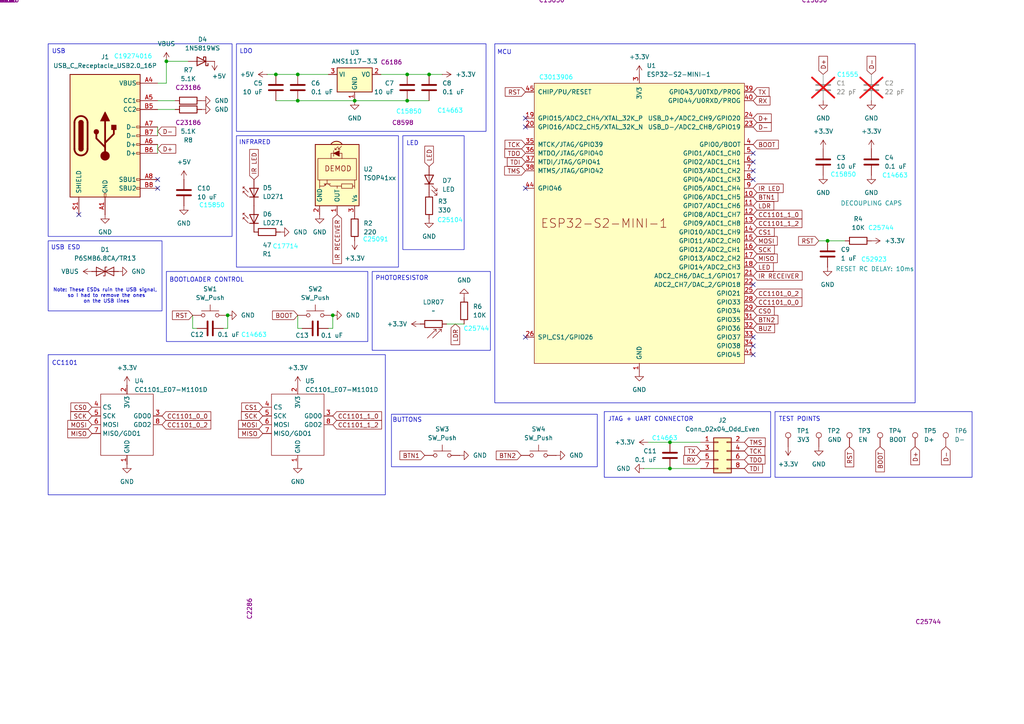
<source format=kicad_sch>
(kicad_sch (version 20250114) (generator "eeschema") (generator_version "9.0")
  (paper "A4")
  (lib_symbols
    (symbol "Connector:TestPoint" (pin_numbers (hide yes)) (pin_names (offset 0.762) (hide yes))
      (property "Reference" "TP" (at 0 6.858 0))
      (property "Value" "TestPoint" (at 0 5.08 0))
      (symbol "TestPoint_1_1"
        (pin passive line (at 0 0 90) (length 2.54) (name "1") (number "1"))
      )
    )
    (symbol "Connector:USB_C_Receptacle_USB2.0_16P" (pin_names (offset 1.016))
      (property "Reference" "J" (at 0 22.225 0))
      (property "Value" "USB_C_Receptacle_USB2.0_16P" (at 0 19.685 0))
      (symbol "USB_C_Receptacle_USB2.0_16P_1_1"
        (pin passive line (at -7.62 -22.86 90) (length 5.08) (name "SHIELD") (number "S1"))
        (pin passive line (at 0 -22.86 90) (length 5.08) (name "GND") (number "A1"))
        (pin passive line (at 0 -22.86 90) (length 5.08) (hide yes) (name "GND") (number "A12"))
        (pin passive line (at 0 -22.86 90) (length 5.08) (hide yes) (name "GND") (number "B1"))
        (pin passive line (at 0 -22.86 90) (length 5.08) (hide yes) (name "GND") (number "B12"))
        (pin passive line (at 15.24 15.24 180) (length 5.08) (name "VBUS") (number "A4"))
        (pin passive line (at 15.24 15.24 180) (length 5.08) (hide yes) (name "VBUS") (number "A9"))
        (pin passive line (at 15.24 15.24 180) (length 5.08) (hide yes) (name "VBUS") (number "B4"))
        (pin passive line (at 15.24 15.24 180) (length 5.08) (hide yes) (name "VBUS") (number "B9"))
        (pin bidirectional line (at 15.24 10.16 180) (length 5.08) (name "CC1") (number "A5"))
        (pin bidirectional line (at 15.24 7.62 180) (length 5.08) (name "CC2") (number "B5"))
        (pin bidirectional line (at 15.24 2.54 180) (length 5.08) (name "D-") (number "A7"))
        (pin bidirectional line (at 15.24 0 180) (length 5.08) (name "D-") (number "B7"))
        (pin bidirectional line (at 15.24 -2.54 180) (length 5.08) (name "D+") (number "A6"))
        (pin bidirectional line (at 15.24 -5.08 180) (length 5.08) (name "D+") (number "B6"))
        (pin bidirectional line (at 15.24 -12.7 180) (length 5.08) (name "SBU1") (number "A8"))
        (pin bidirectional line (at 15.24 -15.24 180) (length 5.08) (name "SBU2") (number "B8"))
      )
    )
    (symbol "Connector_Generic:Conn_02x04_Odd_Even" (pin_names (offset 1.016) (hide yes))
      (property "Reference" "J" (at 1.27 5.08 0))
      (property "Value" "Conn_02x04_Odd_Even" (at 1.27 -7.62 0))
      (symbol "Conn_02x04_Odd_Even_1_1"
        (pin passive line (at -5.08 2.54 0) (length 3.81) (name "Pin_1") (number "1"))
        (pin passive line (at -5.08 0 0) (length 3.81) (name "Pin_3") (number "3"))
        (pin passive line (at -5.08 -2.54 0) (length 3.81) (name "Pin_5") (number "5"))
        (pin passive line (at -5.08 -5.08 0) (length 3.81) (name "Pin_7") (number "7"))
        (pin passive line (at 7.62 2.54 180) (length 3.81) (name "Pin_2") (number "2"))
        (pin passive line (at 7.62 0 180) (length 3.81) (name "Pin_4") (number "4"))
        (pin passive line (at 7.62 -2.54 180) (length 3.81) (name "Pin_6") (number "6"))
        (pin passive line (at 7.62 -5.08 180) (length 3.81) (name "Pin_8") (number "8"))
      )
    )
    (symbol "Device:C" (pin_numbers (hide yes)) (pin_names (offset 0.254))
      (property "Reference" "C" (at 0.635 2.54 0))
      (property "Value" "C" (at 0.635 -2.54 0))
      (symbol "C_1_1"
        (pin passive line (at 0 3.81 270) (length 2.794) (name "~") (number "1"))
        (pin passive line (at 0 -3.81 90) (length 2.794) (name "~") (number "2"))
      )
    )
    (symbol "Device:LED" (pin_numbers (hide yes)) (pin_names (offset 1.016) (hide yes))
      (property "Reference" "D" (at 0 2.54 0))
      (property "Value" "LED" (at 0 -2.54 0))
      (symbol "LED_1_1"
        (pin passive line (at -3.81 0 0) (length 2.54) (name "K") (number "1"))
        (pin passive line (at 3.81 0 180) (length 2.54) (name "A") (number "2"))
      )
    )
    (symbol "Device:R" (pin_numbers (hide yes)) (pin_names (offset 0))
      (property "Reference" "R" (at 2.032 0 90))
      (property "Value" "R" (at 0 0 90))
      (symbol "R_1_1"
        (pin passive line (at 0 3.81 270) (length 1.27) (name "~") (number "1"))
        (pin passive line (at 0 -3.81 90) (length 1.27) (name "~") (number "2"))
      )
    )
    (symbol "Diode:1N5819WS" (pin_numbers (hide yes)) (pin_names (offset 1.016) (hide yes))
      (property "Reference" "D" (at 0 2.54 0))
      (property "Value" "1N5819WS" (at 0 -2.54 0))
      (symbol "1N5819WS_1_1"
        (pin passive line (at -3.81 0 0) (length 2.54) (name "K") (number "1"))
        (pin passive line (at 3.81 0 180) (length 2.54) (name "A") (number "2"))
      )
    )
    (symbol "Diode:ESD9B3.3ST5G" (pin_numbers (hide yes)) (pin_names (offset 1.016) (hide yes))
      (property "Reference" "D" (at 0 2.54 0))
      (property "Value" "ESD9B3.3ST5G" (at 0 -2.54 0))
      (symbol "ESD9B3.3ST5G_1_1"
        (pin passive line (at -3.81 0 0) (length 2.54) (name "A1") (number "1"))
        (pin passive line (at 3.81 0 180) (length 2.54) (name "A2") (number "2"))
      )
    )
    (symbol "Interface_Optical:TSOP41xx" (pin_names (offset 1.016))
      (property "Reference" "U" (at -10.16 7.62 0))
      (property "Value" "TSOP41xx" (at -10.16 -7.62 0))
      (symbol "TSOP41xx_0_0"
        (text "DEMOD" (at -3.175 0.254 900) (effects (font (size 1.524 1.524))))
      )
      (symbol "TSOP41xx_1_1"
        (pin power_in line (at 10.16 5.08 180) (length 2.54) (name "Vs") (number "3"))
        (pin output line (at 10.16 0 180) (length 2.54) (name "OUT") (number "1"))
        (pin power_in line (at 10.16 -5.08 180) (length 2.54) (name "GND") (number "2"))
      )
    )
    (symbol "LED:LD271" (pin_numbers (hide yes)) (pin_names (offset 1.016) (hide yes))
      (property "Reference" "D" (at 0.508 1.778 0))
      (property "Value" "LD271" (at -1.016 -2.794 0))
      (symbol "LD271_1_1"
        (pin passive line (at -5.08 0 0) (length 2.54) (name "K") (number "1"))
        (pin passive line (at 2.54 0 180) (length 2.54) (name "A") (number "2"))
      )
    )
    (symbol "PCM_Espressif:ESP32-S2-MINI-1" (pin_names (offset 1.016))
      (property "Reference" "U" (at -30.48 45.72 0))
      (property "Value" "ESP32-S2-MINI-1" (at -30.48 43.18 0))
      (symbol "ESP32-S2-MINI-1_0_0"
        (pin bidirectional line (at -33.02 38.1 0) (length 2.54) (name "CHIP/PU/RESET") (number "45"))
        (pin input line (at -33.02 10.16 0) (length 2.54) (name "GPIO46") (number "44"))
        (pin power_in line (at 0 -43.18 90) (length 2.54) (name "GND") (number "1"))
        (pin passive line (at 0 -43.18 90) (length 2.54) (hide yes) (name "GND") (number "43"))
        (pin passive line (at 0 -43.18 90) (length 2.54) (hide yes) (name "GND") (number "46"))
        (pin passive line (at 0 -43.18 90) (length 2.54) (hide yes) (name "GND") (number "47"))
        (pin passive line (at 0 -43.18 90) (length 2.54) (hide yes) (name "GND") (number "48"))
        (pin passive line (at 0 -43.18 90) (length 2.54) (hide yes) (name "GND") (number "49"))
        (pin passive line (at 0 -43.18 90) (length 2.54) (hide yes) (name "GND") (number "50"))
        (pin passive line (at 0 -43.18 90) (length 2.54) (hide yes) (name "GND") (number "51"))
        (pin passive line (at 0 -43.18 90) (length 2.54) (hide yes) (name "GND") (number "52"))
        (pin passive line (at 0 -43.18 90) (length 2.54) (hide yes) (name "GND") (number "53"))
        (pin passive line (at 0 -43.18 90) (length 2.54) (hide yes) (name "GND") (number "54"))
        (pin passive line (at 0 -43.18 90) (length 2.54) (hide yes) (name "GND") (number "55"))
        (pin passive line (at 0 -43.18 90) (length 2.54) (hide yes) (name "GND") (number "56"))
        (pin passive line (at 0 -43.18 90) (length 2.54) (hide yes) (name "GND") (number "57"))
        (pin passive line (at 0 -43.18 90) (length 2.54) (hide yes) (name "GND") (number "58"))
        (pin passive line (at 0 -43.18 90) (length 2.54) (hide yes) (name "GND") (number "59"))
        (pin passive line (at 0 -43.18 90) (length 2.54) (hide yes) (name "GND") (number "60"))
        (pin passive line (at 0 -43.18 90) (length 2.54) (hide yes) (name "GND") (number "61"))
        (pin passive line (at 0 -43.18 90) (length 2.54) (hide yes) (name "GND") (number "62"))
        (pin passive line (at 0 -43.18 90) (length 2.54) (hide yes) (name "GND") (number "63"))
        (pin passive line (at 0 -43.18 90) (length 2.54) (hide yes) (name "GND") (number "64"))
        (pin passive line (at 0 -43.18 90) (length 2.54) (hide yes) (name "GND") (number "65"))
      )
      (symbol "ESP32-S2-MINI-1_1_1"
        (text "ESP32-S2-MINI-1" (at -10.16 0 0) (effects (font (size 2.54 2.54))))
        (pin bidirectional line (at -33.02 30.48 0) (length 2.54) (name "GPIO15/ADC2_CH4/XTAL_32K_P") (number "19"))
        (pin bidirectional line (at -33.02 27.94 0) (length 2.54) (name "GPIO16/ADC2_CH5/XTAL_32K_N") (number "20"))
        (pin bidirectional line (at -33.02 22.86 0) (length 2.54) (name "MTCK/JTAG/GPIO39") (number "35"))
        (pin bidirectional line (at -33.02 20.32 0) (length 2.54) (name "MTDO/JTAG/GPIO40") (number "36"))
        (pin bidirectional line (at -33.02 17.78 0) (length 2.54) (name "MTDI/JTAG/GPIO41") (number "37"))
        (pin bidirectional line (at -33.02 15.24 0) (length 2.54) (name "MTMS/JTAG/GPIO42") (number "38"))
        (pin bidirectional line (at -33.02 -33.02 0) (length 2.54) (name "SPI_CS1/GPIO26") (number "26"))
        (pin no_connect line (at -30.48 -38.1 0) (length 2.54) (hide yes) (name "NC") (number "27"))
        (pin power_in line (at 0 43.18 270) (length 2.54) (name "3V3") (number "3"))
        (pin passive line (at 0 -43.18 90) (length 2.54) (hide yes) (name "GND") (number "2"))
        (pin passive line (at 0 -43.18 90) (length 2.54) (hide yes) (name "GND") (number "30"))
        (pin passive line (at 0 -43.18 90) (length 2.54) (hide yes) (name "GND") (number "42"))
        (pin bidirectional line (at 33.02 38.1 180) (length 2.54) (name "GPIO43/U0TXD/PROG") (number "39"))
        (pin bidirectional line (at 33.02 35.56 180) (length 2.54) (name "GPIO44/U0RXD/PROG") (number "40"))
        (pin bidirectional line (at 33.02 30.48 180) (length 2.54) (name "USB_D+/ADC2_CH9/GPIO20") (number "24"))
        (pin bidirectional line (at 33.02 27.94 180) (length 2.54) (name "USB_D-/ADC2_CH8/GPIO19") (number "23"))
        (pin bidirectional line (at 33.02 22.86 180) (length 2.54) (name "GPIO0/BOOT") (number "4"))
        (pin bidirectional line (at 33.02 20.32 180) (length 2.54) (name "GPIO1/ADC1_CH0") (number "5"))
        (pin bidirectional line (at 33.02 17.78 180) (length 2.54) (name "GPIO2/ADC1_CH1") (number "6"))
        (pin bidirectional line (at 33.02 15.24 180) (length 2.54) (name "GPIO3/ADC1_CH2") (number "7"))
        (pin bidirectional line (at 33.02 12.7 180) (length 2.54) (name "GPIO4/ADC1_CH3") (number "8"))
        (pin bidirectional line (at 33.02 10.16 180) (length 2.54) (name "GPIO5/ADC1_CH4") (number "9"))
        (pin bidirectional line (at 33.02 7.62 180) (length 2.54) (name "GPIO6/ADC1_CH5") (number "10"))
        (pin bidirectional line (at 33.02 5.08 180) (length 2.54) (name "GPIO7/ADC1_CH6") (number "11"))
        (pin bidirectional line (at 33.02 2.54 180) (length 2.54) (name "GPIO8/ADC1_CH7") (number "12"))
        (pin bidirectional line (at 33.02 0 180) (length 2.54) (name "GPIO9/ADC1_CH8") (number "13"))
        (pin bidirectional line (at 33.02 -2.54 180) (length 2.54) (name "GPIO10/ADC1_CH9") (number "14"))
        (pin bidirectional line (at 33.02 -5.08 180) (length 2.54) (name "GPIO11/ADC2_CH0") (number "15"))
        (pin bidirectional line (at 33.02 -7.62 180) (length 2.54) (name "GPIO12/ADC2_CH1") (number "16"))
        (pin bidirectional line (at 33.02 -10.16 180) (length 2.54) (name "GPIO13/ADC2_CH2") (number "17"))
        (pin bidirectional line (at 33.02 -12.7 180) (length 2.54) (name "GPIO14/ADC2_CH3") (number "18"))
        (pin bidirectional line (at 33.02 -15.24 180) (length 2.54) (name "ADC2_CH6/DAC_1/GPIO17") (number "21"))
        (pin bidirectional line (at 33.02 -17.78 180) (length 2.54) (name "ADC2_CH7/DAC_2/GPIO18") (number "22"))
        (pin bidirectional line (at 33.02 -20.32 180) (length 2.54) (name "GPIO21") (number "25"))
        (pin bidirectional line (at 33.02 -22.86 180) (length 2.54) (name "GPIO33") (number "28"))
        (pin bidirectional line (at 33.02 -25.4 180) (length 2.54) (name "GPIO34") (number "29"))
        (pin bidirectional line (at 33.02 -27.94 180) (length 2.54) (name "GPIO35") (number "31"))
        (pin bidirectional line (at 33.02 -30.48 180) (length 2.54) (name "GPIO36") (number "32"))
        (pin bidirectional line (at 33.02 -33.02 180) (length 2.54) (name "GPIO37") (number "33"))
        (pin bidirectional line (at 33.02 -35.56 180) (length 2.54) (name "GPIO38") (number "34"))
        (pin bidirectional line (at 33.02 -38.1 180) (length 2.54) (name "GPIO45") (number "41"))
      )
    )
    (symbol "Regulator_Linear:AMS1117-3.3"
      (property "Reference" "U" (at -3.81 3.175 0))
      (property "Value" "AMS1117-3.3" (at 0 3.175 0))
      (symbol "AMS1117-3.3_1_1"
        (pin power_in line (at -7.62 0 0) (length 2.54) (name "VI") (number "3"))
        (pin power_in line (at 0 -7.62 90) (length 2.54) (name "GND") (number "1"))
        (pin power_out line (at 7.62 0 180) (length 2.54) (name "VO") (number "2"))
      )
    )
    (symbol "Sensor_Optical:LDR07" (pin_numbers (hide yes)) (pin_names (offset 0))
      (property "Reference" "R" (at -5.08 0 90))
      (property "Value" "LDR07" (at 1.905 0 90))
      (symbol "LDR07_1_1"
        (pin passive line (at 0 3.81 270) (length 1.27) (name "~") (number "1"))
        (pin passive line (at 0 -3.81 90) (length 1.27) (name "~") (number "2"))
      )
    )
    (symbol "Switch:SW_Push" (pin_numbers (hide yes)) (pin_names (offset 1.016) (hide yes))
      (property "Reference" "SW" (at 1.27 2.54 0))
      (property "Value" "SW_Push" (at 0 -1.524 0))
      (symbol "SW_Push_0_1"
        (pin passive line (at -5.08 0 0) (length 2.54) (name "1") (number "1"))
        (pin passive line (at 5.08 0 180) (length 2.54) (name "2") (number "2"))
      )
    )
    (symbol "cc1101:CC1101_E07-M1101D"
      (property "Reference" "U" (at 0 0 0))
      (property "Value" "CC1101_E07-M1101D" (at 0 0 0))
      (symbol "CC1101_E07-M1101D_1_1"
        (pin input line (at -10.16 6.35 0) (length 2.54) (name "CS") (number "4"))
        (pin input line (at -10.16 3.81 0) (length 2.54) (name "SCK") (number "5"))
        (pin input line (at -10.16 1.27 0) (length 2.54) (name "MOSI") (number "6"))
        (pin output line (at -10.16 -1.27 0) (length 2.54) (name "MISO/GDO1") (number "7"))
        (pin power_in line (at 0 12.7 270) (length 2.54) (name "3V3") (number "2"))
        (pin power_out line (at 0 -10.16 90) (length 2.54) (name "GND") (number "1"))
        (pin output line (at 10.16 3.81 180) (length 2.54) (name "GDO0") (number "3"))
        (pin output line (at 10.16 1.27 180) (length 2.54) (name "GDO2") (number "8"))
      )
    )
    (symbol "power:+3.3V" (power) (pin_numbers (hide yes)) (pin_names (offset 0) (hide yes))
      (property "Value" "+3.3V" (at 0 3.556 0))
      (symbol "+3.3V_1_1"
        (pin power_in line (at 0 0 90) (length 0) (name "~") (number "1"))
      )
    )
    (symbol "power:+5V" (power) (pin_numbers (hide yes)) (pin_names (offset 0) (hide yes))
      (property "Value" "+5V" (at 0 3.556 0))
      (symbol "+5V_1_1"
        (pin power_in line (at 0 0 90) (length 0) (name "~") (number "1"))
      )
    )
    (symbol "power:GND" (power) (pin_numbers (hide yes)) (pin_names (offset 0) (hide yes))
      (property "Value" "GND" (at 0 -3.81 0))
      (symbol "GND_1_1"
        (pin power_in line (at 0 0 270) (length 0) (name "~") (number "1"))
      )
    )
    (symbol "power:VBUS" (power) (pin_numbers (hide yes)) (pin_names (offset 0) (hide yes))
      (property "Value" "VBUS" (at 0 3.556 0))
      (symbol "VBUS_1_1"
        (pin power_in line (at 0 0 90) (length 0) (name "~") (number "1"))
      )
    )
  )
  (rectangle (start 224.79 119.38) (end 281.94 138.43))
  (rectangle (start 143.51 12.7) (end 265.43 116.84))
  (rectangle (start 68.58 39.37) (end 115.57 77.47))
  (rectangle (start 13.97 69.85) (end 46.99 90.17))
  (rectangle (start 68.58 12.7) (end 140.97 38.1))
  (rectangle (start 175.26 119.38) (end 223.52 138.43))
  (rectangle (start 13.97 102.87) (end 111.76 143.51))
  (rectangle (start 107.95 78.74) (end 142.24 101.6))
  (rectangle (start 116.84 39.37) (end 134.62 72.39))
  (rectangle (start 13.97 12.7) (end 67.31 68.58))
  (rectangle (start 113.538 120.142) (end 173.228 135.382))
  (rectangle (start 48.26 78.74) (end 106.68 99.06))
  (text "C14663" (at 192.786 127.254 0) (effects (font (size 1.27 1.27))))
  (text "C25104" (at 130.556 64.008 0) (effects (font (size 1.27 1.27))))
  (text "LED" (at 119.634 41.656 0) (effects (font (size 1.27 1.27))))
  (text "LDO" (at 71.374 14.986 0) (effects (font (size 1.27 1.27))))
  (text "C1555" (at 245.872 21.844 0) (effects (font (size 1.27 1.27))))
  (text "C52923" (at 253.492 75.438 0) (effects (font (size 1.27 1.27))))
  (text "BUTTONS" (at 118.11 121.92 0) (effects (font (size 1.27 1.27))))
  (text "INFRARED" (at 73.914 41.402 0) (effects (font (size 1.27 1.27))))
  (text "CC1101" (at 18.796 105.41 0) (effects (font (size 1.27 1.27))))
  (text "MCU" (at 146.304 15.24 0) (effects (font (size 1.27 1.27))))
  (text "PHOTORESISTOR" (at 116.586 80.772 0) (effects (font (size 1.27 1.27))))
  (text "C14663" (at 73.66 97.282 0) (effects (font (size 1.27 1.27))))
  (text "TEST POINTS" (at 231.902 121.666 0) (effects (font (size 1.27 1.27))))
  (text "C17714" (at 82.804 71.628 0) (effects (font (size 1.27 1.27))))
  (text "JTAG + UART CONNECTOR" (at 188.722 121.666 0) (effects (font (size 1.27 1.27))))
  (text "C25091" (at 108.966 69.596 0) (effects (font (size 1.27 1.27))))
  (text "C15850" (at 61.468 59.69 0) (effects (font (size 1.27 1.27))))
  (text "Note: These ESDs ruin the USB signal,\n so I had to remove the ones\n on the USB lines" (at 30.48 85.852 0) (effects (font (size 1.016 1.016))))
  (text "USB" (at 17.018 14.986 0) (effects (font (size 1.27 1.27))))
  (text "C25744" (at 138.176 95.504 0) (effects (font (size 1.27 1.27))))
  (text "DECOUPLING CAPS" (at 252.73 59.182 0) (effects (font (size 1.27 1.27))))
  (text "C14663" (at 130.556 32.258 0) (effects (font (size 1.27 1.27))))
  (text "C25744" (at 255.524 66.294 0) (effects (font (size 1.27 1.27))))
  (text "RESET RC DELAY: 10ms\n" (at 253.746 78.232 0) (effects (font (size 1.27 1.27))))
  (text "C15850" (at 244.602 50.8 0) (effects (font (size 1.27 1.27))))
  (text "C14663" (at 259.588 51.054 0) (effects (font (size 1.27 1.27))))
  (text "C19274016" (at 38.608 16.51 0) (effects (font (size 1.27 1.27))))
  (text "C15850" (at 118.618 32.512 0) (effects (font (size 1.27 1.27))))
  (text "C3013906" (at 161.29 22.606 0) (effects (font (size 1.27 1.27))))
  (text "BOOTLOADER CONTROL" (at 59.944 81.28 0) (effects (font (size 1.27 1.27))))
  (text "USB ESD" (at 19.05 71.882 0) (effects (font (size 1.27 1.27))))
  (junction (at 194.31 135.89))
  (junction (at 240.03 69.85))
  (junction (at 102.87 29.21))
  (junction (at 96.52 91.44))
  (junction (at 124.46 21.59))
  (junction (at 194.31 128.27))
  (junction (at 86.36 21.59))
  (junction (at 66.04 91.44))
  (junction (at 86.36 29.21))
  (junction (at 48.26 17.78))
  (junction (at 80.01 21.59))
  (junction (at 118.11 29.21))
  (junction (at 118.11 21.59))
  (no_connect (at 152.4 34.29))
  (no_connect (at 45.72 54.61))
  (no_connect (at 152.4 54.61))
  (no_connect (at 218.44 97.79))
  (no_connect (at 218.44 46.99))
  (no_connect (at 218.44 44.45))
  (no_connect (at 218.44 102.87))
  (no_connect (at 218.44 49.53))
  (no_connect (at 22.86 62.23))
  (no_connect (at 218.44 100.33))
  (no_connect (at 218.44 52.07))
  (no_connect (at 152.4 36.83))
  (no_connect (at 45.72 52.07))
  (no_connect (at 218.44 82.55))
  (no_connect (at 152.4 97.79))
  (wire (pts (xy 66.04 91.44) (xy 66.04 95.25)))
  (wire (pts (xy 50.8 29.21) (xy 45.72 29.21)))
  (wire (pts (xy 118.11 21.59) (xy 124.46 21.59)))
  (wire (pts (xy 240.03 69.85) (xy 245.11 69.85)))
  (wire (pts (xy 128.27 21.59) (xy 124.46 21.59)))
  (wire (pts (xy 194.31 135.89) (xy 203.2 135.89)))
  (wire (pts (xy 237.49 69.85) (xy 240.03 69.85)))
  (wire (pts (xy 80.01 29.21) (xy 86.36 29.21)))
  (wire (pts (xy 55.88 91.44) (xy 55.88 95.25)))
  (wire (pts (xy 48.26 17.78) (xy 48.26 24.13)))
  (wire (pts (xy 66.04 95.25) (xy 64.77 95.25)))
  (wire (pts (xy 86.36 29.21) (xy 102.87 29.21)))
  (wire (pts (xy 50.8 31.75) (xy 45.72 31.75)))
  (wire (pts (xy 55.88 95.25) (xy 57.15 95.25)))
  (wire (pts (xy 187.96 128.27) (xy 194.31 128.27)))
  (wire (pts (xy 45.72 41.91) (xy 45.72 44.45)))
  (wire (pts (xy 186.69 135.89) (xy 194.31 135.89)))
  (wire (pts (xy 96.52 95.25) (xy 96.52 91.44)))
  (wire (pts (xy 110.49 21.59) (xy 118.11 21.59)))
  (wire (pts (xy 48.26 17.78) (xy 54.61 17.78)))
  (wire (pts (xy 102.87 29.21) (xy 118.11 29.21)))
  (wire (pts (xy 95.25 95.25) (xy 96.52 95.25)))
  (wire (pts (xy 86.36 21.59) (xy 95.25 21.59)))
  (wire (pts (xy 134.62 93.98) (xy 129.54 93.98)))
  (wire (pts (xy 86.36 95.25) (xy 87.63 95.25)))
  (wire (pts (xy 118.11 29.21) (xy 124.46 29.21)))
  (wire (pts (xy 45.72 24.13) (xy 48.26 24.13)))
  (wire (pts (xy 45.72 36.83) (xy 45.72 39.37)))
  (wire (pts (xy 80.01 21.59) (xy 86.36 21.59)))
  (wire (pts (xy 194.31 128.27) (xy 203.2 128.27)))
  (wire (pts (xy 77.47 21.59) (xy 80.01 21.59)))
  (wire (pts (xy 86.36 91.44) (xy 86.36 95.25)))
  (global_label "BTN2" (shape input) (at 218.44 92.71 0) (property "Intersheetrefs" "${INTERSHEET_REFS}" (effects (hide yes))))
  (global_label "CC1101_1_2" (shape input) (at 96.52 123.19 0) (property "Intersheetrefs" "${INTERSHEET_REFS}" (effects (hide yes))))
  (global_label "CC1101_0_2" (shape input) (at 46.99 123.19 0) (property "Intersheetrefs" "${INTERSHEET_REFS}" (effects (hide yes))))
  (global_label "CC1101_0_0" (shape input) (at 46.99 120.65 0) (property "Intersheetrefs" "${INTERSHEET_REFS}" (effects (hide yes))))
  (global_label "IR RECEIVER" (shape input) (at 97.79 62.23 270) (property "Intersheetrefs" "${INTERSHEET_REFS}" (effects (hide yes))))
  (global_label "RX" (shape input) (at 218.44 29.21 0) (property "Intersheetrefs" "${INTERSHEET_REFS}" (effects (hide yes))))
  (global_label "IR LED" (shape input) (at 73.66 52.07 90) (property "Intersheetrefs" "${INTERSHEET_REFS}" (effects (hide yes))))
  (global_label "RST" (shape input) (at 246.38 129.54 270) (property "Intersheetrefs" "${INTERSHEET_REFS}" (effects (hide yes))))
  (global_label "CC1101_0_2" (shape input) (at 218.44 85.09 0) (property "Intersheetrefs" "${INTERSHEET_REFS}" (effects (hide yes))))
  (global_label "CS1" (shape input) (at 76.2 118.11 180) (property "Intersheetrefs" "${INTERSHEET_REFS}" (effects (hide yes))))
  (global_label "D-" (shape input) (at 274.32 129.54 270) (property "Intersheetrefs" "${INTERSHEET_REFS}" (effects (hide yes))))
  (global_label "TMS" (shape input) (at 215.9 128.27 0) (property "Intersheetrefs" "${INTERSHEET_REFS}" (effects (hide yes))))
  (global_label "BOOT" (shape input) (at 218.44 41.91 0) (property "Intersheetrefs" "${INTERSHEET_REFS}" (effects (hide yes))))
  (global_label "LED" (shape input) (at 124.46 48.26 90) (property "Intersheetrefs" "${INTERSHEET_REFS}" (effects (hide yes))))
  (global_label "BTN1" (shape input) (at 218.44 57.15 0) (property "Intersheetrefs" "${INTERSHEET_REFS}" (effects (hide yes))))
  (global_label "TDO" (shape input) (at 215.9 133.35 0) (property "Intersheetrefs" "${INTERSHEET_REFS}" (effects (hide yes))))
  (global_label "D+" (shape input) (at 45.72 43.18 0) (property "Intersheetrefs" "${INTERSHEET_REFS}" (effects (hide yes))))
  (global_label "MOSI" (shape input) (at 218.44 69.85 0) (property "Intersheetrefs" "${INTERSHEET_REFS}" (effects (hide yes))))
  (global_label "TDI" (shape input) (at 215.9 135.89 0) (property "Intersheetrefs" "${INTERSHEET_REFS}" (effects (hide yes))))
  (global_label "BUZ" (shape input) (at 218.44 95.25 0) (property "Intersheetrefs" "${INTERSHEET_REFS}" (effects (hide yes))))
  (global_label "MISO" (shape input) (at 76.2 125.73 180) (property "Intersheetrefs" "${INTERSHEET_REFS}" (effects (hide yes))))
  (global_label "IR LED" (shape input) (at 218.44 54.61 0) (property "Intersheetrefs" "${INTERSHEET_REFS}" (effects (hide yes))))
  (global_label "MOSI" (shape input) (at 26.67 123.19 180) (property "Intersheetrefs" "${INTERSHEET_REFS}" (effects (hide yes))))
  (global_label "BTN1" (shape input) (at 123.19 132.08 180) (property "Intersheetrefs" "${INTERSHEET_REFS}" (effects (hide yes))))
  (global_label "TMS" (shape input) (at 152.4 49.53 180) (property "Intersheetrefs" "${INTERSHEET_REFS}" (effects (hide yes))))
  (global_label "LDR" (shape input) (at 132.08 93.98 270) (property "Intersheetrefs" "${INTERSHEET_REFS}" (effects (hide yes))))
  (global_label "IR RECEIVER" (shape input) (at 218.44 80.01 0) (property "Intersheetrefs" "${INTERSHEET_REFS}" (effects (hide yes))))
  (global_label "TDI" (shape input) (at 152.4 46.99 180) (property "Intersheetrefs" "${INTERSHEET_REFS}" (effects (hide yes))))
  (global_label "CS0" (shape input) (at 218.44 90.17 0) (property "Intersheetrefs" "${INTERSHEET_REFS}" (effects (hide yes))))
  (global_label "CC1101_0_0" (shape input) (at 218.44 87.63 0) (property "Intersheetrefs" "${INTERSHEET_REFS}" (effects (hide yes))))
  (global_label "D+" (shape input) (at 218.44 34.29 0) (property "Intersheetrefs" "${INTERSHEET_REFS}" (effects (hide yes))))
  (global_label "TX" (shape input) (at 203.2 130.81 180) (property "Intersheetrefs" "${INTERSHEET_REFS}" (effects (hide yes))))
  (global_label "CC1101_1_2" (shape input) (at 218.44 64.77 0) (property "Intersheetrefs" "${INTERSHEET_REFS}" (effects (hide yes))))
  (global_label "SCK" (shape input) (at 26.67 120.65 180) (property "Intersheetrefs" "${INTERSHEET_REFS}" (effects (hide yes))))
  (global_label "RX" (shape input) (at 203.2 133.35 180) (property "Intersheetrefs" "${INTERSHEET_REFS}" (effects (hide yes))))
  (global_label "CS0" (shape input) (at 26.67 118.11 180) (property "Intersheetrefs" "${INTERSHEET_REFS}" (effects (hide yes))))
  (global_label "BTN2" (shape input) (at 151.13 132.08 180) (property "Intersheetrefs" "${INTERSHEET_REFS}" (effects (hide yes))))
  (global_label "RST" (shape input) (at 237.49 69.85 180) (property "Intersheetrefs" "${INTERSHEET_REFS}" (effects (hide yes))))
  (global_label "CC1101_1_0" (shape input) (at 96.52 120.65 0) (property "Intersheetrefs" "${INTERSHEET_REFS}" (effects (hide yes))))
  (global_label "MOSI" (shape input) (at 76.2 123.19 180) (property "Intersheetrefs" "${INTERSHEET_REFS}" (effects (hide yes))))
  (global_label "D-" (shape input) (at 218.44 36.83 0) (property "Intersheetrefs" "${INTERSHEET_REFS}" (effects (hide yes))))
  (global_label "D-" (shape input) (at 45.72 38.1 0) (property "Intersheetrefs" "${INTERSHEET_REFS}" (effects (hide yes))))
  (global_label "TCK" (shape input) (at 152.4 41.91 180) (property "Intersheetrefs" "${INTERSHEET_REFS}" (effects (hide yes))))
  (global_label "TDO" (shape input) (at 152.4 44.45 180) (property "Intersheetrefs" "${INTERSHEET_REFS}" (effects (hide yes))))
  (global_label "RST" (shape input) (at 152.4 26.67 180) (property "Intersheetrefs" "${INTERSHEET_REFS}" (effects (hide yes))))
  (global_label "TCK" (shape input) (at 215.9 130.81 0) (property "Intersheetrefs" "${INTERSHEET_REFS}" (effects (hide yes))))
  (global_label "TX" (shape input) (at 218.44 26.67 0) (property "Intersheetrefs" "${INTERSHEET_REFS}" (effects (hide yes))))
  (global_label "RST" (shape input) (at 55.88 91.44 180) (property "Intersheetrefs" "${INTERSHEET_REFS}" (effects (hide yes))))
  (global_label "BOOT" (shape input) (at 86.36 91.44 180) (property "Intersheetrefs" "${INTERSHEET_REFS}" (effects (hide yes))))
  (global_label "CS1" (shape input) (at 218.44 67.31 0) (property "Intersheetrefs" "${INTERSHEET_REFS}" (effects (hide yes))))
  (global_label "D+" (shape input) (at 265.43 129.54 270) (property "Intersheetrefs" "${INTERSHEET_REFS}" (effects (hide yes))))
  (global_label "D+" (shape input) (at 238.76 21.59 90) (property "Intersheetrefs" "${INTERSHEET_REFS}" (effects (hide yes))))
  (global_label "LED" (shape input) (at 218.44 77.47 0) (property "Intersheetrefs" "${INTERSHEET_REFS}" (effects (hide yes))))
  (global_label "CC1101_1_0" (shape input) (at 218.44 62.23 0) (property "Intersheetrefs" "${INTERSHEET_REFS}" (effects (hide yes))))
  (global_label "MISO" (shape input) (at 26.67 125.73 180) (property "Intersheetrefs" "${INTERSHEET_REFS}" (effects (hide yes))))
  (global_label "LDR" (shape input) (at 218.44 59.69 0) (property "Intersheetrefs" "${INTERSHEET_REFS}" (effects (hide yes))))
  (global_label "SCK" (shape input) (at 218.44 72.39 0) (property "Intersheetrefs" "${INTERSHEET_REFS}" (effects (hide yes))))
  (global_label "D-" (shape input) (at 252.73 21.59 90) (property "Intersheetrefs" "${INTERSHEET_REFS}" (effects (hide yes))))
  (global_label "BOOT" (shape input) (at 255.27 129.54 270) (property "Intersheetrefs" "${INTERSHEET_REFS}" (effects (hide yes))))
  (global_label "SCK" (shape input) (at 76.2 120.65 180) (property "Intersheetrefs" "${INTERSHEET_REFS}" (effects (hide yes))))
  (global_label "MISO" (shape input) (at 218.44 74.93 0) (property "Intersheetrefs" "${INTERSHEET_REFS}" (effects (hide yes))))
  (symbol (lib_id "Device:C") (at 252.73 46.99 0) (unit 1)
    (property "Reference" "C4" (at 256.54 45.7199 0) (effects (justify left)))
    (property "Value" "0.1 uF" (at 256.54 48.2599 0) (effects (justify left)))
    (property "Footprint" "Capacitor_SMD:C_0603_1608Metric" (effects (hide yes)))
    (property "Description" "Unpolarized capacitor" (effects (hide yes)))
    (property "LCSC" "C14663" (at 0 0 0))
  )
  (symbol (lib_id "Sensor_Optical:LDR07") (at 125.73 93.98 90) (unit 1) (in_bom no)
    (property "Reference" "LDR07" (at 125.73 87.63 90))
    (property "Value" "~" (at 125.73 90.17 90))
    (property "Footprint" "OptoDevice:R_LDR_5.0x4.1mm_P3mm_Vertical" (effects (hide yes)))
    (property "Datasheet" "http://www.tme.eu/de/Document/f2e3ad76a925811312d226c31da4cd7e/LDR07.pdf" (effects (hide yes)))
    (property "Description" "light dependent resistor" (effects (hide yes)))
  )
  (symbol (lib_id "power:+3.3V") (at 86.36 111.76 0) (unit 1)
    (property "Reference" "#PWR023" (effects (hide yes)))
    (property "Value" "+3.3V" (at 86.36 106.68 0))
    (property "Description" "Power symbol creates a global label with name \"+3.3V\"" (effects (hide yes)))
  )
  (symbol (lib_id "power:+5V") (at 53.34 52.07 0) (unit 1)
    (property "Reference" "#PWR033" (effects (hide yes)))
    (property "Value" "+5V" (at 53.34 46.99 0))
    (property "Description" "Power symbol creates a global label with name \"+5V\"" (effects (hide yes)))
  )
  (symbol (lib_id "power:GND") (at 240.03 77.47 0) (unit 1)
    (property "Reference" "#PWR028" (effects (hide yes)))
    (property "Value" "GND" (at 240.03 82.55 0))
    (property "Description" "Power symbol creates a global label with name \"GND\" , ground" (effects (hide yes)))
  )
  (symbol (lib_id "Diode:ESD9B3.3ST5G") (at 30.48 78.74 0) (unit 1)
    (property "Reference" "D1" (at 30.48 72.39 0))
    (property "Value" "P6SMB6.8CA/TR13" (at 30.48 74.93 0))
    (property "Footprint" "Diode_SMD:D_SMB" (effects (hide yes)))
    (property "Datasheet" "https://www.onsemi.com/pub/Collateral/ESD9B-D.PDF" (effects (hide yes)))
    (property "Description" "ESD protection diode, 3.3Vrwm, SOD-923" (effects (hide yes)))
    (property "LCSC" "C78395" (at 0 0 0))
  )
  (symbol (lib_id "power:GND") (at 86.36 134.62 0) (unit 1)
    (property "Reference" "#PWR025" (effects (hide yes)))
    (property "Value" "GND" (at 86.36 139.7 0))
    (property "Description" "Power symbol creates a global label with name \"GND\" , ground" (effects (hide yes)))
  )
  (symbol (lib_id "LED:LD271") (at 73.66 54.61 90) (unit 1) (in_bom no)
    (property "Reference" "D5" (at 76.2 54.4829 90) (effects (justify right)))
    (property "Value" "LD271" (at 76.2 57.0229 90) (effects (justify right)))
    (property "Footprint" "LED_THT:LED_D5.0mm_IRGrey" (effects (hide yes)))
    (property "Datasheet" "http://www.alliedelec.com/m/d/40788c34903a719969df15f1fbea1056.pdf" (effects (hide yes)))
    (property "Description" "940nm IR-LED, 5mm" (effects (hide yes)))
  )
  (symbol (lib_id "Connector:TestPoint") (at 265.43 129.54 0) (unit 1) (in_bom no)
    (property "Reference" "TP5" (at 267.97 124.9679 0) (effects (justify left)))
    (property "Value" "D+" (at 267.97 127.5079 0) (effects (justify left)))
    (property "Footprint" "TestPoint:TestPoint_Pad_D3.0mm" (effects (hide yes)))
    (property "Description" "test point" (effects (hide yes)))
  )
  (symbol (lib_id "power:GND") (at 66.04 91.44 90) (unit 1)
    (property "Reference" "#PWR029" (effects (hide yes)))
    (property "Value" "GND" (at 69.85 91.4399 90) (effects (justify right)))
    (property "Description" "Power symbol creates a global label with name \"GND\" , ground" (effects (hide yes)))
  )
  (symbol (lib_id "power:+3.3V") (at 252.73 43.18 0) (unit 1)
    (property "Reference" "#PWR014" (effects (hide yes)))
    (property "Value" "+3.3V" (at 252.73 38.1 0))
    (property "Description" "Power symbol creates a global label with name \"+3.3V\"" (effects (hide yes)))
  )
  (symbol (lib_id "Device:C") (at 91.44 95.25 90) (mirror x) (unit 1)
    (property "Reference" "C13" (at 87.63 97.282 90))
    (property "Value" "0.1 uF" (at 96.266 97.282 90))
    (property "Footprint" "Capacitor_SMD:C_0603_1608Metric" (effects (hide yes)))
    (property "Description" "Unpolarized capacitor" (effects (hide yes)))
    (property "LCSC" "C14663" (at -3.81 3.81 0))
  )
  (symbol (lib_id "LED:LD271") (at 73.66 62.23 90) (unit 1) (in_bom no)
    (property "Reference" "D6" (at 76.2 62.1029 90) (effects (justify right)))
    (property "Value" "LD271" (at 76.2 64.6429 90) (effects (justify right)))
    (property "Footprint" "LED_THT:LED_D5.0mm_IRGrey" (effects (hide yes)))
    (property "Datasheet" "http://www.alliedelec.com/m/d/40788c34903a719969df15f1fbea1056.pdf" (effects (hide yes)))
    (property "Description" "940nm IR-LED, 5mm" (effects (hide yes)))
  )
  (symbol (lib_id "power:VBUS") (at 26.67 78.74 90) (unit 1)
    (property "Reference" "#PWR04" (effects (hide yes)))
    (property "Value" "VBUS" (at 22.86 78.7399 90) (effects (justify left)))
    (property "Description" "Power symbol creates a global label with name \"VBUS\"" (effects (hide yes)))
  )
  (symbol (lib_id "power:+3.3V") (at 121.92 93.98 90) (unit 1)
    (property "Reference" "#PWR038" (effects (hide yes)))
    (property "Value" "+3.3V" (at 118.11 93.9799 90) (effects (justify left)))
    (property "Description" "Power symbol creates a global label with name \"+3.3V\"" (effects (hide yes)))
  )
  (symbol (lib_id "power:GND") (at 58.42 29.21 90) (unit 1)
    (property "Reference" "#PWR040" (effects (hide yes)))
    (property "Value" "GND" (at 62.23 29.2099 90) (effects (justify right)))
    (property "Description" "Power symbol creates a global label with name \"GND\" , ground" (effects (hide yes)))
  )
  (symbol (lib_id "Device:C") (at 118.11 25.4 0) (mirror y) (unit 1)
    (property "Reference" "C7" (at 114.3 24.1299 0) (effects (justify left)))
    (property "Value" "10 uF" (at 114.3 26.6699 0) (effects (justify left)))
    (property "Footprint" "Capacitor_SMD:C_0805_2012Metric" (effects (hide yes)))
    (property "Description" "Unpolarized capacitor" (effects (hide yes)))
    (property "LCSC" "C15850" (at 236.22 0 0))
  )
  (symbol (lib_id "Connector:USB_C_Receptacle_USB2.0_16P") (at 30.48 39.37 0) (unit 1)
    (property "Reference" "J1" (at 30.48 16.51 0))
    (property "Value" "USB_C_Receptacle_USB2.0_16P" (at 30.48 19.05 0))
    (property "Footprint" "Connector_USB:USB_C_Receptacle_HCTL_HC-TYPE-C-16P-01A" (effects (hide yes)))
    (property "Datasheet" "https://www.usb.org/sites/default/files/documents/usb_type-c.zip" (effects (hide yes)))
    (property "Description" "USB 2.0-only 16P Type-C Receptacle connector" (effects (hide yes)))
    (property "LCSC" "C19274016" (at 0 0 0))
  )
  (symbol (lib_id "Diode:1N5819WS") (at 58.42 17.78 180) (unit 1)
    (property "Reference" "D4" (at 58.7375 11.43 0))
    (property "Value" "1N5819WS" (at 58.7375 13.97 0))
    (property "Footprint" "Diode_SMD:D_SOD-123" (effects (hide yes)))
    (property "Datasheet" "https://datasheet.lcsc.com/lcsc/2204281430_Guangdong-Hottech-1N5819WS_C191023.pdf" (effects (hide yes)))
    (property "Description" "40V 600mV@1A 1A SOD-323 Schottky Barrier Diodes, SOD-323" (effects (hide yes)))
    (property "LCSC" "C8598" (at 116.84 35.56 0))
  )
  (symbol (lib_id "Connector:TestPoint") (at 228.6 129.54 0) (unit 1) (in_bom no)
    (property "Reference" "TP1" (at 231.14 124.9679 0) (effects (justify left)))
    (property "Value" "3V3" (at 231.14 127.5079 0) (effects (justify left)))
    (property "Footprint" "TestPoint:TestPoint_Pad_D3.0mm" (effects (hide yes)))
    (property "Description" "test point" (effects (hide yes)))
  )
  (symbol (lib_id "power:GND") (at 124.46 63.5 0) (unit 1)
    (property "Reference" "#PWR026" (effects (hide yes)))
    (property "Value" "GND" (at 124.46 68.58 0))
    (property "Description" "Power symbol creates a global label with name \"GND\" , ground" (effects (hide yes)))
  )
  (symbol (lib_id "power:+3.3V") (at 36.83 111.76 0) (unit 1)
    (property "Reference" "#PWR022" (effects (hide yes)))
    (property "Value" "+3.3V" (at 36.83 106.68 0))
    (property "Description" "Power symbol creates a global label with name \"+3.3V\"" (effects (hide yes)))
  )
  (symbol (lib_id "Switch:SW_Push") (at 91.44 91.44 0) (unit 1)
    (property "Reference" "SW2" (at 91.44 83.82 0))
    (property "Value" "SW_Push" (at 91.44 86.36 0))
    (property "Footprint" "Button_Switch_SMD:SW_Push_1P1T_XKB_TS-1187A" (effects (hide yes)))
    (property "Description" "Push button switch, generic, two pins" (effects (hide yes)))
    (property "LCSC" "C318884" (at 0 0 0))
  )
  (symbol (lib_id "Connector:TestPoint") (at 255.27 129.54 0) (unit 1) (in_bom no)
    (property "Reference" "TP4" (at 257.81 124.9679 0) (effects (justify left)))
    (property "Value" "BOOT" (at 257.81 127.5079 0) (effects (justify left)))
    (property "Footprint" "TestPoint:TestPoint_Pad_D3.0mm" (effects (hide yes)))
    (property "Description" "test point" (effects (hide yes)))
  )
  (symbol (lib_id "Switch:SW_Push") (at 156.21 132.08 0) (unit 1) (in_bom no)
    (property "Reference" "SW4" (at 156.21 124.46 0))
    (property "Value" "SW_Push" (at 156.21 127 0))
    (property "Footprint" "Button_Switch_THT:SW_PUSH_6mm" (effects (hide yes)))
  )
  (symbol (lib_id "power:GND") (at 58.42 31.75 90) (unit 1)
    (property "Reference" "#PWR039" (effects (hide yes)))
    (property "Value" "GND" (at 62.23 31.7499 90) (effects (justify right)))
    (property "Description" "Power symbol creates a global label with name \"GND\" , ground" (effects (hide yes)))
  )
  (symbol (lib_id "Device:R") (at 134.62 90.17 180) (unit 1)
    (property "Reference" "R6" (at 137.16 88.8999 0) (effects (justify right)))
    (property "Value" "10K" (at 137.16 91.4399 0) (effects (justify right)))
    (property "Footprint" "Resistor_SMD:R_0402_1005Metric" (effects (hide yes)))
    (property "Description" "Resistor" (effects (hide yes)))
    (property "LCSC" "C25744" (at 269.24 180.34 0))
  )
  (symbol (lib_id "Device:R") (at 124.46 59.69 0) (unit 1)
    (property "Reference" "R3" (at 127 58.4199 0) (effects (justify left)))
    (property "Value" "330" (at 127 60.9599 0) (effects (justify left)))
    (property "Footprint" "Resistor_SMD:R_0402_1005Metric" (effects (hide yes)))
    (property "Description" "Resistor" (effects (hide yes)))
    (property "LCSC" "C25104" (at 0 0 0))
  )
  (symbol (lib_id "Connector:TestPoint") (at 237.49 129.54 0) (unit 1) (in_bom no)
    (property "Reference" "TP2" (at 240.03 124.9679 0) (effects (justify left)))
    (property "Value" "GND" (at 240.03 127.5079 0) (effects (justify left)))
    (property "Footprint" "TestPoint:TestPoint_Pad_D3.0mm" (effects (hide yes)))
    (property "Description" "test point" (effects (hide yes)))
  )
  (symbol (lib_id "power:+3.3V") (at 102.87 69.85 180) (unit 1)
    (property "Reference" "#PWR018" (effects (hide yes)))
    (property "Value" "+3.3V" (at 102.87 74.93 0))
    (property "Description" "Power symbol creates a global label with name \"+3.3V\"" (effects (hide yes)))
  )
  (symbol (lib_id "Connector_Generic:Conn_02x04_Odd_Even") (at 208.28 130.81 0) (unit 1) (in_bom no)
    (property "Reference" "J2" (at 209.55 121.92 0))
    (property "Value" "Conn_02x04_Odd_Even" (at 209.55 124.46 0))
    (property "Footprint" "Connector_PinHeader_2.54mm:PinHeader_2x04_P2.54mm_Vertical" (effects (hide yes)))
    (property "Description" "Generic connector, double row, 02x04, odd/even pin numbering scheme (row 1 odd numbers, row 2 even numbers), script generated (kicad-library-utils/schlib/autogen/connector/)" (effects (hide yes)))
  )
  (symbol (lib_id "power:+5V") (at 77.47 21.59 90) (unit 1)
    (property "Reference" "#PWR020" (effects (hide yes)))
    (property "Value" "+5V" (at 73.66 21.5899 90) (effects (justify left)))
    (property "Description" "Power symbol creates a global label with name \"+5V\"" (effects (hide yes)))
  )
  (symbol (lib_id "power:GND") (at 237.49 129.54 0) (unit 1)
    (property "Reference" "#PWR041" (effects (hide yes)))
    (property "Value" "GND" (at 237.49 134.62 0))
    (property "Description" "Power symbol creates a global label with name \"GND\" , ground" (effects (hide yes)))
  )
  (symbol (lib_id "power:+3.3V") (at 187.96 128.27 90) (unit 1)
    (property "Reference" "#PWR035" (effects (hide yes)))
    (property "Value" "+3.3V" (at 184.15 128.2699 90) (effects (justify left)))
    (property "Description" "Power symbol creates a global label with name \"+3.3V\"" (effects (hide yes)))
  )
  (symbol (lib_id "cc1101:CC1101_E07-M1101D") (at 86.36 124.46 0) (unit 1) (in_bom no)
    (property "Reference" "U5" (at 88.5033 110.49 0) (effects (justify left)))
    (property "Value" "CC1101_E07-M1101D" (at 88.5033 113.03 0) (effects (justify left)))
    (property "Footprint" "cc1101:CC1101_E07-MM1101D-TH" (effects (hide yes)))
  )
  (symbol (lib_id "Device:C") (at 194.31 132.08 0) (unit 1)
    (property "Reference" "C11" (at 190.5 130.8099 0) (effects (justify right)))
    (property "Value" "0.1 uF" (at 190.5 133.3499 0) (effects (justify right)))
    (property "Footprint" "Capacitor_SMD:C_0603_1608Metric" (effects (hide yes)))
    (property "Description" "Unpolarized capacitor" (effects (hide yes)))
    (property "LCSC" "C14663" (at 0 0 0))
  )
  (symbol (lib_id "Device:R") (at 54.61 31.75 90) (unit 1)
    (property "Reference" "R8" (at 54.61 40.64 90))
    (property "Value" "5.1K" (at 54.61 38.1 90))
    (property "Footprint" "Resistor_SMD:R_0603_1608Metric" (effects (hide yes)))
    (property "Description" "Resistor" (effects (hide yes)))
    (property "LCSC" "C23186" (at 54.61 35.56 90))
  )
  (symbol (lib_id "Device:R") (at 102.87 66.04 0) (unit 1)
    (property "Reference" "R2" (at 105.41 64.7699 0) (effects (justify left)))
    (property "Value" "220" (at 105.41 67.3099 0) (effects (justify left)))
    (property "Footprint" "Resistor_SMD:R_0402_1005Metric" (effects (hide yes)))
    (property "Description" "Resistor" (effects (hide yes)))
    (property "LCSC" "C25091" (at 0 0 0))
  )
  (symbol (lib_id "Switch:SW_Push") (at 60.96 91.44 0) (unit 1)
    (property "Reference" "SW1" (at 60.96 83.82 0))
    (property "Value" "SW_Push" (at 60.96 86.36 0))
    (property "Footprint" "Button_Switch_SMD:SW_Push_1P1T_XKB_TS-1187A" (effects (hide yes)))
    (property "Description" "Push button switch, generic, two pins" (effects (hide yes)))
    (property "LCSC" "C318884" (at 0 0 0))
  )
  (symbol (lib_id "Regulator_Linear:AMS1117-3.3") (at 102.87 21.59 0) (unit 1)
    (property "Reference" "U3" (at 102.87 15.24 0))
    (property "Value" "AMS1117-3.3" (at 102.87 17.78 0))
    (property "Footprint" "Package_TO_SOT_SMD:SOT-223-3_TabPin2" (effects (hide yes)))
    (property "Datasheet" "http://www.advanced-monolithic.com/pdf/ds1117.pdf" (effects (hide yes)))
    (property "Description" "1A Low Dropout regulator, positive, 3.3V fixed output, SOT-223" (effects (hide yes)))
    (property "LCSC" "C6186" (at 113.538 18.034 0))
  )
  (symbol (lib_id "Device:C") (at 238.76 46.99 0) (unit 1)
    (property "Reference" "C3" (at 242.57 45.7199 0) (effects (justify left)))
    (property "Value" "10 uF" (at 242.57 48.2599 0) (effects (justify left)))
    (property "Footprint" "Capacitor_SMD:C_0805_2012Metric" (effects (hide yes)))
    (property "Description" "Unpolarized capacitor" (effects (hide yes)))
    (property "LCSC" "C15850" (at 0 0 0))
  )
  (symbol (lib_id "power:GND") (at 102.87 29.21 0) (unit 1)
    (property "Reference" "#PWR019" (effects (hide yes)))
    (property "Value" "GND" (at 102.87 34.29 0))
    (property "Description" "Power symbol creates a global label with name \"GND\" , ground" (effects (hide yes)))
  )
  (symbol (lib_id "power:GND") (at 30.48 62.23 0) (unit 1)
    (property "Reference" "#PWR01" (effects (hide yes)))
    (property "Value" "GND" (at 30.48 67.31 0))
    (property "Description" "Power symbol creates a global label with name \"GND\" , ground" (effects (hide yes)))
  )
  (symbol (lib_id "Connector:TestPoint") (at 246.38 129.54 0) (unit 1) (in_bom no)
    (property "Reference" "TP3" (at 248.92 124.9679 0) (effects (justify left)))
    (property "Value" "EN" (at 248.92 127.5079 0) (effects (justify left)))
    (property "Footprint" "TestPoint:TestPoint_Pad_D3.0mm" (effects (hide yes)))
    (property "Description" "test point" (effects (hide yes)))
  )
  (symbol (lib_id "Device:C") (at 60.96 95.25 90) (mirror x) (unit 1)
    (property "Reference" "C12" (at 57.15 97.028 90))
    (property "Value" "0.1 uF" (at 66.294 97.028 90))
    (property "Footprint" "Capacitor_SMD:C_0603_1608Metric" (effects (hide yes)))
    (property "Description" "Unpolarized capacitor" (effects (hide yes)))
    (property "LCSC" "C14663" (at -34.29 34.29 0))
  )
  (symbol (lib_id "power:GND") (at 92.71 62.23 0) (unit 1)
    (property "Reference" "#PWR017" (effects (hide yes)))
    (property "Value" "GND" (at 92.71 67.31 0))
    (property "Description" "Power symbol creates a global label with name \"GND\" , ground" (effects (hide yes)))
  )
  (symbol (lib_id "power:GND") (at 186.69 135.89 270) (unit 1)
    (property "Reference" "#PWR036" (effects (hide yes)))
    (property "Value" "GND" (at 182.88 135.8899 90) (effects (justify right)))
    (property "Description" "Power symbol creates a global label with name \"GND\" , ground" (effects (hide yes)))
  )
  (symbol (lib_id "Device:C") (at 240.03 73.66 0) (unit 1)
    (property "Reference" "C9" (at 243.84 72.3899 0) (effects (justify left)))
    (property "Value" "1 uF" (at 243.84 74.9299 0) (effects (justify left)))
    (property "Footprint" "Capacitor_SMD:C_0402_1005Metric" (effects (hide yes)))
    (property "Description" "Unpolarized capacitor" (effects (hide yes)))
    (property "LCSC" "C52923" (at 0 0 0))
  )
  (symbol (lib_id "power:GND") (at 96.52 91.44 90) (unit 1)
    (property "Reference" "#PWR030" (effects (hide yes)))
    (property "Value" "GND" (at 100.33 91.4399 90) (effects (justify right)))
    (property "Description" "Power symbol creates a global label with name \"GND\" , ground" (effects (hide yes)))
  )
  (symbol (lib_id "Device:C") (at 238.76 25.4 0) (unit 1) (dnp yes)
    (property "Reference" "C1" (at 242.57 24.1299 0) (effects (justify left)))
    (property "Value" "22 pF" (at 242.57 26.6699 0) (effects (justify left)))
    (property "Footprint" "Capacitor_SMD:C_0402_1005Metric" (effects (hide yes)))
    (property "Description" "Unpolarized capacitor" (effects (hide yes)))
    (property "LCSC" "C1555" (at 0 0 0))
  )
  (symbol (lib_id "Device:LED") (at 124.46 52.07 90) (unit 1)
    (property "Reference" "D7" (at 128.27 52.3874 90) (effects (justify right)))
    (property "Value" "LED" (at 128.27 54.9274 90) (effects (justify right)))
    (property "Footprint" "LED_SMD:LED_0603_1608Metric" (effects (hide yes)))
    (property "Description" "Light emitting diode" (effects (hide yes)))
    (property "LCSC" "C2286" (at 72.39 176.53 0))
  )
  (symbol (lib_id "cc1101:CC1101_E07-M1101D") (at 36.83 124.46 0) (unit 1) (in_bom no)
    (property "Reference" "U4" (at 38.9733 110.49 0) (effects (justify left)))
    (property "Value" "CC1101_E07-M1101D" (at 38.9733 113.03 0) (effects (justify left)))
    (property "Footprint" "cc1101:CC1101_E07-MM1101D-TH" (effects (hide yes)))
  )
  (symbol (lib_id "Device:R") (at 77.47 67.31 90) (mirror x) (unit 1)
    (property "Reference" "R1" (at 77.47 73.66 90))
    (property "Value" "47" (at 77.47 71.12 90))
    (property "Footprint" "Resistor_SMD:R_0805_2012Metric" (effects (hide yes)))
    (property "Description" "Resistor" (effects (hide yes)))
    (property "LCSC" "C17714" (at 10.16 -10.16 0))
  )
  (symbol (lib_id "power:GND") (at 134.62 86.36 180) (unit 1)
    (property "Reference" "#PWR037" (effects (hide yes)))
    (property "Value" "GND" (at 134.62 81.28 0))
    (property "Description" "Power symbol creates a global label with name \"GND\" , ground" (effects (hide yes)))
  )
  (symbol (lib_id "Device:C") (at 53.34 55.88 0) (unit 1)
    (property "Reference" "C10" (at 57.15 54.6099 0) (effects (justify left)))
    (property "Value" "10 uF" (at 57.15 57.1499 0) (effects (justify left)))
    (property "Footprint" "Capacitor_SMD:C_0805_2012Metric" (effects (hide yes)))
    (property "Description" "Unpolarized capacitor" (effects (hide yes)))
    (property "LCSC" "C15850" (at 0 0 0))
  )
  (symbol (lib_id "power:GND") (at 185.42 107.95 0) (unit 1)
    (property "Reference" "#PWR09" (effects (hide yes)))
    (property "Value" "GND" (at 185.42 113.03 0))
    (property "Description" "Power symbol creates a global label with name \"GND\" , ground" (effects (hide yes)))
  )
  (symbol (lib_id "Device:R") (at 54.61 29.21 90) (unit 1)
    (property "Reference" "R7" (at 54.61 20.32 90))
    (property "Value" "5.1K" (at 54.61 22.86 90))
    (property "Footprint" "Resistor_SMD:R_0603_1608Metric" (effects (hide yes)))
    (property "Description" "Resistor" (effects (hide yes)))
    (property "LCSC" "C23186" (at 54.61 25.4 90))
  )
  (symbol (lib_id "Device:R") (at 248.92 69.85 90) (unit 1)
    (property "Reference" "R4" (at 248.92 63.5 90))
    (property "Value" "10K" (at 248.92 66.04 90))
    (property "Footprint" "Resistor_SMD:R_0402_1005Metric" (effects (hide yes)))
    (property "Description" "Resistor" (effects (hide yes)))
    (property "LCSC" "C25744" (at 179.07 318.77 0))
  )
  (symbol (lib_id "power:GND") (at 53.34 59.69 0) (unit 1)
    (property "Reference" "#PWR034" (effects (hide yes)))
    (property "Value" "GND" (at 53.34 64.77 0))
    (property "Description" "Power symbol creates a global label with name \"GND\" , ground" (effects (hide yes)))
  )
  (symbol (lib_id "power:+3.3V") (at 238.76 43.18 0) (unit 1)
    (property "Reference" "#PWR013" (effects (hide yes)))
    (property "Value" "+3.3V" (at 238.76 38.1 0))
    (property "Description" "Power symbol creates a global label with name \"+3.3V\"" (effects (hide yes)))
  )
  (symbol (lib_id "power:+3.3V") (at 228.6 129.54 180) (unit 1)
    (property "Reference" "#PWR042" (effects (hide yes)))
    (property "Value" "+3.3V" (at 228.6 134.62 0))
    (property "Description" "Power symbol creates a global label with name \"+3.3V\"" (effects (hide yes)))
  )
  (symbol (lib_id "power:GND") (at 252.73 50.8 0) (unit 1)
    (property "Reference" "#PWR015" (effects (hide yes)))
    (property "Value" "GND" (at 252.73 55.88 0))
    (property "Description" "Power symbol creates a global label with name \"GND\" , ground" (effects (hide yes)))
  )
  (symbol (lib_id "power:+3.3V") (at 128.27 21.59 270) (unit 1)
    (property "Reference" "#PWR021" (effects (hide yes)))
    (property "Value" "+3.3V" (at 132.08 21.5899 90) (effects (justify left)))
    (property "Description" "Power symbol creates a global label with name \"+3.3V\"" (effects (hide yes)))
  )
  (symbol (lib_id "power:VBUS") (at 48.26 17.78 0) (unit 1)
    (property "Reference" "#PWR02" (effects (hide yes)))
    (property "Value" "VBUS" (at 48.26 12.7 0))
    (property "Description" "Power symbol creates a global label with name \"VBUS\"" (effects (hide yes)))
  )
  (symbol (lib_id "power:GND") (at 238.76 50.8 0) (unit 1)
    (property "Reference" "#PWR012" (effects (hide yes)))
    (property "Value" "GND" (at 238.76 55.88 0))
    (property "Description" "Power symbol creates a global label with name \"GND\" , ground" (effects (hide yes)))
  )
  (symbol (lib_id "power:GND") (at 36.83 134.62 0) (unit 1)
    (property "Reference" "#PWR024" (effects (hide yes)))
    (property "Value" "GND" (at 36.83 139.7 0))
    (property "Description" "Power symbol creates a global label with name \"GND\" , ground" (effects (hide yes)))
  )
  (symbol (lib_id "Interface_Optical:TSOP41xx") (at 97.79 52.07 270) (unit 1) (in_bom no)
    (property "Reference" "U2" (at 105.41 49.0649 90) (effects (justify left)))
    (property "Value" "TSOP41xx" (at 105.41 51.6049 90) (effects (justify left)))
    (property "Footprint" "OptoDevice:Vishay_MOLD-3Pin" (effects (hide yes)))
    (property "Datasheet" "http://www.vishay.com/docs/82460/tsop45.pdf" (effects (hide yes)))
    (property "Description" "IR Receiver Modules for Remote Control Systems" (effects (hide yes)))
  )
  (symbol (lib_id "power:GND") (at 133.35 132.08 90) (unit 1)
    (property "Reference" "#PWR031" (effects (hide yes)))
    (property "Value" "GND" (at 137.16 132.0799 90) (effects (justify right)))
    (property "Description" "Power symbol creates a global label with name \"GND\" , ground" (effects (hide yes)))
  )
  (symbol (lib_id "Device:C") (at 80.01 25.4 0) (mirror y) (unit 1)
    (property "Reference" "C5" (at 76.2 24.1299 0) (effects (justify left)))
    (property "Value" "10 uF" (at 76.2 26.6699 0) (effects (justify left)))
    (property "Footprint" "Capacitor_SMD:C_0805_2012Metric" (effects (hide yes)))
    (property "Description" "Unpolarized capacitor" (effects (hide yes)))
    (property "LCSC" "C15850" (at 160.02 0 0))
  )
  (symbol (lib_id "Device:C") (at 252.73 25.4 0) (unit 1) (dnp yes)
    (property "Reference" "C2" (at 256.54 24.1299 0) (effects (justify left)))
    (property "Value" "22 pF" (at 256.54 26.6699 0) (effects (justify left)))
    (property "Footprint" "Capacitor_SMD:C_0402_1005Metric" (effects (hide yes)))
    (property "Description" "Unpolarized capacitor" (effects (hide yes)))
    (property "LCSC" "C1555" (at 0 0 0))
  )
  (symbol (lib_id "power:GND") (at 252.73 29.21 0) (unit 1)
    (property "Reference" "#PWR011" (effects (hide yes)))
    (property "Value" "GND" (at 252.73 34.29 0))
    (property "Description" "Power symbol creates a global label with name \"GND\" , ground" (effects (hide yes)))
  )
  (symbol (lib_id "power:+3.3V") (at 252.73 69.85 270) (unit 1)
    (property "Reference" "#PWR027" (effects (hide yes)))
    (property "Value" "+3.3V" (at 256.54 69.8499 90) (effects (justify left)))
    (property "Description" "Power symbol creates a global label with name \"+3.3V\"" (effects (hide yes)))
  )
  (symbol (lib_id "power:+5V") (at 62.23 17.78 180) (unit 1)
    (property "Reference" "#PWR03" (effects (hide yes)))
    (property "Value" "+5V" (at 61.468 22.098 0) (effects (justify right)))
    (property "Description" "Power symbol creates a global label with name \"+5V\"" (effects (hide yes)))
  )
  (symbol (lib_id "power:GND") (at 81.28 67.31 90) (unit 1)
    (property "Reference" "#PWR016" (effects (hide yes)))
    (property "Value" "GND" (at 85.09 67.3099 90) (effects (justify right)))
    (property "Description" "Power symbol creates a global label with name \"GND\" , ground" (effects (hide yes)))
  )
  (symbol (lib_id "PCM_Espressif:ESP32-S2-MINI-1") (at 185.42 64.77 0) (unit 1)
    (property "Reference" "U1" (at 187.5633 19.05 0) (effects (justify left)))
    (property "Value" "ESP32-S2-MINI-1" (at 187.5633 21.59 0) (effects (justify left)))
    (property "Footprint" "PCM_Espressif:ESP32-S2-MINI-1" (effects (hide yes)))
    (property "Datasheet" "https://www.espressif.com/sites/default/files/documentation/esp32-s2-mini-1_esp32-s2-mini-1u_datasheet_en.pdf" (effects (hide yes)))
    (property "Description" "ESP32-S2-MINI-1 and ESP32-S2-MINI-1U are two powerful, generic Wi-Fi MCU modules that have a rich set of peripherals. They are an ideal choice for a wide variety of application scenarios relating to Internet of Things (IoT), wearable electronics and smart home." (effects (hide yes)))
    (property "LCSC" "C3013906" (at 0 0 0))
  )
  (symbol (lib_id "Device:C") (at 86.36 25.4 0) (unit 1)
    (property "Reference" "C6" (at 90.17 24.1299 0) (effects (justify left)))
    (property "Value" "0.1 uF" (at 90.17 26.6699 0) (effects (justify left)))
    (property "Footprint" "Capacitor_SMD:C_0603_1608Metric" (effects (hide yes)))
    (property "Description" "Unpolarized capacitor" (effects (hide yes)))
    (property "LCSC" "C14663" (at 0 0 0))
  )
  (symbol (lib_id "power:+3.3V") (at 185.42 21.59 0) (unit 1)
    (property "Reference" "#PWR08" (effects (hide yes)))
    (property "Value" "+3.3V" (at 185.42 16.51 0))
    (property "Description" "Power symbol creates a global label with name \"+3.3V\"" (effects (hide yes)))
  )
  (symbol (lib_id "Switch:SW_Push") (at 128.27 132.08 0) (unit 1) (in_bom no)
    (property "Reference" "SW3" (at 128.27 124.46 0))
    (property "Value" "SW_Push" (at 128.27 127 0))
    (property "Footprint" "Button_Switch_THT:SW_PUSH_6mm" (effects (hide yes)))
  )
  (symbol (lib_id "Connector:TestPoint") (at 274.32 129.54 0) (unit 1) (in_bom no)
    (property "Reference" "TP6" (at 276.86 124.9679 0) (effects (justify left)))
    (property "Value" "D-" (at 276.86 127.5079 0) (effects (justify left)))
    (property "Footprint" "TestPoint:TestPoint_Pad_D3.0mm" (effects (hide yes)))
    (property "Description" "test point" (effects (hide yes)))
  )
  (symbol (lib_id "power:GND") (at 161.29 132.08 90) (unit 1)
    (property "Reference" "#PWR032" (effects (hide yes)))
    (property "Value" "GND" (at 165.1 132.0799 90) (effects (justify right)))
    (property "Description" "Power symbol creates a global label with name \"GND\" , ground" (effects (hide yes)))
  )
  (symbol (lib_id "power:GND") (at 238.76 29.21 0) (unit 1)
    (property "Reference" "#PWR010" (effects (hide yes)))
    (property "Value" "GND" (at 238.76 34.29 0))
    (property "Description" "Power symbol creates a global label with name \"GND\" , ground" (effects (hide yes)))
  )
  (symbol (lib_id "Device:C") (at 124.46 25.4 0) (unit 1)
    (property "Reference" "C8" (at 128.27 24.1299 0) (effects (justify left)))
    (property "Value" "0.1 uF" (at 128.27 26.6699 0) (effects (justify left)))
    (property "Footprint" "Capacitor_SMD:C_0603_1608Metric" (effects (hide yes)))
    (property "Description" "Unpolarized capacitor" (effects (hide yes)))
    (property "LCSC" "C14663" (at 0 0 0))
  )
  (symbol (lib_id "power:GND") (at 34.29 78.74 90) (unit 1)
    (property "Reference" "#PWR07" (effects (hide yes)))
    (property "Value" "GND" (at 38.1 78.7399 90) (effects (justify right)))
    (property "Description" "Power symbol creates a global label with name \"GND\" , ground" (effects (hide yes)))
  )
)
</source>
